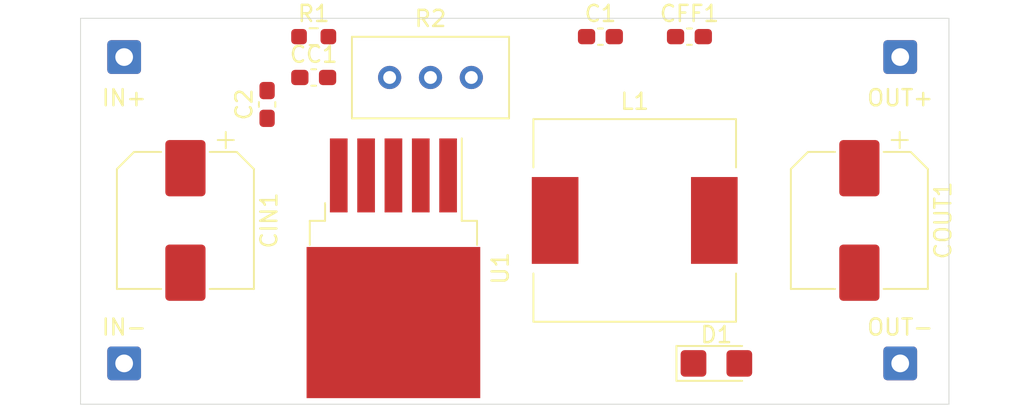
<source format=kicad_pcb>
(kicad_pcb (version 20171130) (host pcbnew 5.1.12-84ad8e8a86~92~ubuntu20.04.1)

  (general
    (thickness 1.6)
    (drawings 4)
    (tracks 0)
    (zones 0)
    (modules 15)
    (nets 8)
  )

  (page A4)
  (title_block
    (title DCDC_buck_converter)
    (date 2021-11-11)
    (rev 1.0)
    (company IEEECIMATEC)
  )

  (layers
    (0 F.Cu signal)
    (31 B.Cu signal)
    (32 B.Adhes user)
    (33 F.Adhes user)
    (34 B.Paste user)
    (35 F.Paste user)
    (36 B.SilkS user)
    (37 F.SilkS user)
    (38 B.Mask user)
    (39 F.Mask user)
    (40 Dwgs.User user)
    (41 Cmts.User user)
    (42 Eco1.User user)
    (43 Eco2.User user)
    (44 Edge.Cuts user)
    (45 Margin user)
    (46 B.CrtYd user)
    (47 F.CrtYd user)
    (48 B.Fab user)
    (49 F.Fab user)
  )

  (setup
    (last_trace_width 0.25)
    (trace_clearance 0.2)
    (zone_clearance 0.508)
    (zone_45_only no)
    (trace_min 0.2)
    (via_size 0.8)
    (via_drill 0.4)
    (via_min_size 0.4)
    (via_min_drill 0.3)
    (uvia_size 0.3)
    (uvia_drill 0.1)
    (uvias_allowed no)
    (uvia_min_size 0.2)
    (uvia_min_drill 0.1)
    (edge_width 0.05)
    (segment_width 0.2)
    (pcb_text_width 0.3)
    (pcb_text_size 1.5 1.5)
    (mod_edge_width 0.12)
    (mod_text_size 1 1)
    (mod_text_width 0.15)
    (pad_size 2.1 2.1)
    (pad_drill 1.1)
    (pad_to_mask_clearance 0)
    (aux_axis_origin 0 0)
    (visible_elements FFFFFF7F)
    (pcbplotparams
      (layerselection 0x010fc_ffffffff)
      (usegerberextensions false)
      (usegerberattributes true)
      (usegerberadvancedattributes true)
      (creategerberjobfile true)
      (excludeedgelayer true)
      (linewidth 0.100000)
      (plotframeref false)
      (viasonmask false)
      (mode 1)
      (useauxorigin false)
      (hpglpennumber 1)
      (hpglpenspeed 20)
      (hpglpendiameter 15.000000)
      (psnegative false)
      (psa4output false)
      (plotreference true)
      (plotvalue true)
      (plotinvisibletext false)
      (padsonsilk false)
      (subtractmaskfromsilk false)
      (outputformat 1)
      (mirror false)
      (drillshape 1)
      (scaleselection 1)
      (outputdirectory ""))
  )

  (net 0 "")
  (net 1 GND)
  (net 2 "Net-(C1-Pad1)")
  (net 3 "Net-(C2-Pad1)")
  (net 4 "Net-(CC1-Pad2)")
  (net 5 "Net-(CFF1-Pad2)")
  (net 6 "Net-(D1-Pad1)")
  (net 7 "Net-(R1-Pad1)")

  (net_class Default "This is the default net class."
    (clearance 0.2)
    (trace_width 0.25)
    (via_dia 0.8)
    (via_drill 0.4)
    (uvia_dia 0.3)
    (uvia_drill 0.1)
    (add_net GND)
    (add_net "Net-(C1-Pad1)")
    (add_net "Net-(C2-Pad1)")
    (add_net "Net-(CC1-Pad2)")
    (add_net "Net-(CFF1-Pad2)")
    (add_net "Net-(D1-Pad1)")
    (add_net "Net-(R1-Pad1)")
  )

  (module Package_TO_SOT_SMD:TO-263-5_TabPin3 (layer F.Cu) (tedit 5A70FBB6) (tstamp 618DD861)
    (at 109.455 131.245 270)
    (descr "TO-263 / D2PAK / DDPAK SMD package, http://www.infineon.com/cms/en/product/packages/PG-TO263/PG-TO263-5-1/")
    (tags "D2PAK DDPAK TO-263 D2PAK-5 TO-263-5 SOT-426")
    (path /618C2885)
    (attr smd)
    (fp_text reference U1 (at 0 -6.65 90) (layer F.SilkS)
      (effects (font (size 1 1) (thickness 0.15)))
    )
    (fp_text value LM2575-3.3BU (at 0 6.65 90) (layer F.Fab)
      (effects (font (size 1 1) (thickness 0.15)))
    )
    (fp_line (start 8.32 -5.65) (end -8.32 -5.65) (layer F.CrtYd) (width 0.05))
    (fp_line (start 8.32 5.65) (end 8.32 -5.65) (layer F.CrtYd) (width 0.05))
    (fp_line (start -8.32 5.65) (end 8.32 5.65) (layer F.CrtYd) (width 0.05))
    (fp_line (start -8.32 -5.65) (end -8.32 5.65) (layer F.CrtYd) (width 0.05))
    (fp_line (start -2.95 4.25) (end -4.05 4.25) (layer F.SilkS) (width 0.12))
    (fp_line (start -2.95 5.2) (end -2.95 4.25) (layer F.SilkS) (width 0.12))
    (fp_line (start -1.45 5.2) (end -2.95 5.2) (layer F.SilkS) (width 0.12))
    (fp_line (start -2.95 -4.25) (end -8.075 -4.25) (layer F.SilkS) (width 0.12))
    (fp_line (start -2.95 -5.2) (end -2.95 -4.25) (layer F.SilkS) (width 0.12))
    (fp_line (start -1.45 -5.2) (end -2.95 -5.2) (layer F.SilkS) (width 0.12))
    (fp_line (start -7.45 3.8) (end -2.75 3.8) (layer F.Fab) (width 0.1))
    (fp_line (start -7.45 3) (end -7.45 3.8) (layer F.Fab) (width 0.1))
    (fp_line (start -2.75 3) (end -7.45 3) (layer F.Fab) (width 0.1))
    (fp_line (start -7.45 2.1) (end -2.75 2.1) (layer F.Fab) (width 0.1))
    (fp_line (start -7.45 1.3) (end -7.45 2.1) (layer F.Fab) (width 0.1))
    (fp_line (start -2.75 1.3) (end -7.45 1.3) (layer F.Fab) (width 0.1))
    (fp_line (start -7.45 0.4) (end -2.75 0.4) (layer F.Fab) (width 0.1))
    (fp_line (start -7.45 -0.4) (end -7.45 0.4) (layer F.Fab) (width 0.1))
    (fp_line (start -2.75 -0.4) (end -7.45 -0.4) (layer F.Fab) (width 0.1))
    (fp_line (start -7.45 -1.3) (end -2.75 -1.3) (layer F.Fab) (width 0.1))
    (fp_line (start -7.45 -2.1) (end -7.45 -1.3) (layer F.Fab) (width 0.1))
    (fp_line (start -2.75 -2.1) (end -7.45 -2.1) (layer F.Fab) (width 0.1))
    (fp_line (start -7.45 -3) (end -2.75 -3) (layer F.Fab) (width 0.1))
    (fp_line (start -7.45 -3.8) (end -7.45 -3) (layer F.Fab) (width 0.1))
    (fp_line (start -2.75 -3.8) (end -7.45 -3.8) (layer F.Fab) (width 0.1))
    (fp_line (start -1.75 -5) (end 6.5 -5) (layer F.Fab) (width 0.1))
    (fp_line (start -2.75 -4) (end -1.75 -5) (layer F.Fab) (width 0.1))
    (fp_line (start -2.75 5) (end -2.75 -4) (layer F.Fab) (width 0.1))
    (fp_line (start 6.5 5) (end -2.75 5) (layer F.Fab) (width 0.1))
    (fp_line (start 6.5 -5) (end 6.5 5) (layer F.Fab) (width 0.1))
    (fp_line (start 7.5 5) (end 6.5 5) (layer F.Fab) (width 0.1))
    (fp_line (start 7.5 -5) (end 7.5 5) (layer F.Fab) (width 0.1))
    (fp_line (start 6.5 -5) (end 7.5 -5) (layer F.Fab) (width 0.1))
    (fp_text user %R (at 0 0 90) (layer F.Fab)
      (effects (font (size 1 1) (thickness 0.15)))
    )
    (pad "" smd rect (at 0.95 2.775 270) (size 4.55 5.25) (layers F.Paste))
    (pad "" smd rect (at 5.8 -2.775 270) (size 4.55 5.25) (layers F.Paste))
    (pad "" smd rect (at 0.95 -2.775 270) (size 4.55 5.25) (layers F.Paste))
    (pad "" smd rect (at 5.8 2.775 270) (size 4.55 5.25) (layers F.Paste))
    (pad 3 smd rect (at 3.375 0 270) (size 9.4 10.8) (layers F.Cu F.Mask)
      (net 1 GND))
    (pad 5 smd rect (at -5.775 3.4 270) (size 4.6 1.1) (layers F.Cu F.Paste F.Mask)
      (net 4 "Net-(CC1-Pad2)"))
    (pad 4 smd rect (at -5.775 1.7 270) (size 4.6 1.1) (layers F.Cu F.Paste F.Mask)
      (net 6 "Net-(D1-Pad1)"))
    (pad 3 smd rect (at -5.775 0 270) (size 4.6 1.1) (layers F.Cu F.Paste F.Mask)
      (net 1 GND))
    (pad 2 smd rect (at -5.775 -1.7 270) (size 4.6 1.1) (layers F.Cu F.Paste F.Mask)
      (net 5 "Net-(CFF1-Pad2)"))
    (pad 1 smd rect (at -5.775 -3.4 270) (size 4.6 1.1) (layers F.Cu F.Paste F.Mask)
      (net 2 "Net-(C1-Pad1)"))
    (model ${KISYS3DMOD}/Package_TO_SOT_SMD.3dshapes/TO-263-5_TabPin3.wrl
      (at (xyz 0 0 0))
      (scale (xyz 1 1 1))
      (rotate (xyz 0 0 0))
    )
  )

  (module Potentiometer_THT:Potentiometer_Bourns_3296W_Vertical (layer F.Cu) (tedit 5A3D4994) (tstamp 618DD570)
    (at 114.3 119.38)
    (descr "Potentiometer, vertical, Bourns 3296W, https://www.bourns.com/pdfs/3296.pdf")
    (tags "Potentiometer vertical Bourns 3296W")
    (path /618DB6A6)
    (fp_text reference R2 (at -2.54 -3.66) (layer F.SilkS)
      (effects (font (size 1 1) (thickness 0.15)))
    )
    (fp_text value 10K (at -2.54 3.67) (layer F.Fab)
      (effects (font (size 1 1) (thickness 0.15)))
    )
    (fp_line (start 2.5 -2.7) (end -7.6 -2.7) (layer F.CrtYd) (width 0.05))
    (fp_line (start 2.5 2.7) (end 2.5 -2.7) (layer F.CrtYd) (width 0.05))
    (fp_line (start -7.6 2.7) (end 2.5 2.7) (layer F.CrtYd) (width 0.05))
    (fp_line (start -7.6 -2.7) (end -7.6 2.7) (layer F.CrtYd) (width 0.05))
    (fp_line (start 2.345 -2.53) (end 2.345 2.54) (layer F.SilkS) (width 0.12))
    (fp_line (start -7.425 -2.53) (end -7.425 2.54) (layer F.SilkS) (width 0.12))
    (fp_line (start -7.425 2.54) (end 2.345 2.54) (layer F.SilkS) (width 0.12))
    (fp_line (start -7.425 -2.53) (end 2.345 -2.53) (layer F.SilkS) (width 0.12))
    (fp_line (start 0.955 2.235) (end 0.956 0.066) (layer F.Fab) (width 0.1))
    (fp_line (start 0.955 2.235) (end 0.956 0.066) (layer F.Fab) (width 0.1))
    (fp_line (start 2.225 -2.41) (end -7.305 -2.41) (layer F.Fab) (width 0.1))
    (fp_line (start 2.225 2.42) (end 2.225 -2.41) (layer F.Fab) (width 0.1))
    (fp_line (start -7.305 2.42) (end 2.225 2.42) (layer F.Fab) (width 0.1))
    (fp_line (start -7.305 -2.41) (end -7.305 2.42) (layer F.Fab) (width 0.1))
    (fp_circle (center 0.955 1.15) (end 2.05 1.15) (layer F.Fab) (width 0.1))
    (fp_text user %R (at -3.175 0.005) (layer F.Fab)
      (effects (font (size 1 1) (thickness 0.15)))
    )
    (pad 3 thru_hole circle (at -5.08 0) (size 1.44 1.44) (drill 0.8) (layers *.Cu *.Mask))
    (pad 2 thru_hole circle (at -2.54 0) (size 1.44 1.44) (drill 0.8) (layers *.Cu *.Mask)
      (net 7 "Net-(R1-Pad1)"))
    (pad 1 thru_hole circle (at 0 0) (size 1.44 1.44) (drill 0.8) (layers *.Cu *.Mask)
      (net 3 "Net-(C2-Pad1)"))
    (model ${KISYS3DMOD}/Potentiometer_THT.3dshapes/Potentiometer_Bourns_3296W_Vertical.wrl
      (at (xyz 0 0 0))
      (scale (xyz 1 1 1))
      (rotate (xyz 0 0 0))
    )
  )

  (module Resistor_SMD:R_0603_1608Metric_Pad0.98x0.95mm_HandSolder (layer F.Cu) (tedit 5F68FEEE) (tstamp 618DD559)
    (at 104.4975 116.84)
    (descr "Resistor SMD 0603 (1608 Metric), square (rectangular) end terminal, IPC_7351 nominal with elongated pad for handsoldering. (Body size source: IPC-SM-782 page 72, https://www.pcb-3d.com/wordpress/wp-content/uploads/ipc-sm-782a_amendment_1_and_2.pdf), generated with kicad-footprint-generator")
    (tags "resistor handsolder")
    (path /618DBB77)
    (attr smd)
    (fp_text reference R1 (at 0 -1.43) (layer F.SilkS)
      (effects (font (size 1 1) (thickness 0.15)))
    )
    (fp_text value 3.3K (at 0 1.43) (layer F.Fab)
      (effects (font (size 1 1) (thickness 0.15)))
    )
    (fp_line (start 1.65 0.73) (end -1.65 0.73) (layer F.CrtYd) (width 0.05))
    (fp_line (start 1.65 -0.73) (end 1.65 0.73) (layer F.CrtYd) (width 0.05))
    (fp_line (start -1.65 -0.73) (end 1.65 -0.73) (layer F.CrtYd) (width 0.05))
    (fp_line (start -1.65 0.73) (end -1.65 -0.73) (layer F.CrtYd) (width 0.05))
    (fp_line (start -0.254724 0.5225) (end 0.254724 0.5225) (layer F.SilkS) (width 0.12))
    (fp_line (start -0.254724 -0.5225) (end 0.254724 -0.5225) (layer F.SilkS) (width 0.12))
    (fp_line (start 0.8 0.4125) (end -0.8 0.4125) (layer F.Fab) (width 0.1))
    (fp_line (start 0.8 -0.4125) (end 0.8 0.4125) (layer F.Fab) (width 0.1))
    (fp_line (start -0.8 -0.4125) (end 0.8 -0.4125) (layer F.Fab) (width 0.1))
    (fp_line (start -0.8 0.4125) (end -0.8 -0.4125) (layer F.Fab) (width 0.1))
    (fp_text user %R (at 0 0) (layer F.Fab)
      (effects (font (size 0.4 0.4) (thickness 0.06)))
    )
    (pad 2 smd roundrect (at 0.9125 0) (size 0.975 0.95) (layers F.Cu F.Paste F.Mask) (roundrect_rratio 0.25)
      (net 1 GND))
    (pad 1 smd roundrect (at -0.9125 0) (size 0.975 0.95) (layers F.Cu F.Paste F.Mask) (roundrect_rratio 0.25)
      (net 7 "Net-(R1-Pad1)"))
    (model ${KISYS3DMOD}/Resistor_SMD.3dshapes/R_0603_1608Metric.wrl
      (at (xyz 0 0 0))
      (scale (xyz 1 1 1))
      (rotate (xyz 0 0 0))
    )
  )

  (module Inductor_SMD:L_12x12mm_H8mm (layer F.Cu) (tedit 5990349C) (tstamp 618DD548)
    (at 124.46 128.27)
    (descr "Choke, SMD, 12x12mm 8mm height")
    (tags "Choke SMD")
    (path /618D69B8)
    (attr smd)
    (fp_text reference L1 (at 0 -7.4) (layer F.SilkS)
      (effects (font (size 1 1) (thickness 0.15)))
    )
    (fp_text value 47uH (at 0 7.6) (layer F.Fab)
      (effects (font (size 1 1) (thickness 0.15)))
    )
    (fp_circle (center -2.1 3) (end -1.8 3.25) (layer F.Fab) (width 0.1))
    (fp_circle (center 0 0) (end 0.15 0.15) (layer F.Adhes) (width 0.38))
    (fp_circle (center 0 0) (end 0.55 0) (layer F.Adhes) (width 0.38))
    (fp_circle (center 0 0) (end 0.9 0) (layer F.Adhes) (width 0.38))
    (fp_line (start 6.2 -6.2) (end 6.2 -3.3) (layer F.Fab) (width 0.1))
    (fp_line (start -6.2 -6.2) (end -6.2 -3.3) (layer F.Fab) (width 0.1))
    (fp_line (start 6.2 -6.2) (end -6.2 -6.2) (layer F.Fab) (width 0.1))
    (fp_line (start 6.2 6.2) (end 6.2 3.3) (layer F.Fab) (width 0.1))
    (fp_line (start -6.2 6.2) (end 6.2 6.2) (layer F.Fab) (width 0.1))
    (fp_line (start -6.2 3.3) (end -6.2 6.2) (layer F.Fab) (width 0.1))
    (fp_line (start -5 -3.5) (end -4.8 -3.2) (layer F.Fab) (width 0.1))
    (fp_line (start -5.1 -4) (end -5 -3.5) (layer F.Fab) (width 0.1))
    (fp_line (start -4.9 -4.5) (end -5.1 -4) (layer F.Fab) (width 0.1))
    (fp_line (start -4.6 -4.8) (end -4.9 -4.5) (layer F.Fab) (width 0.1))
    (fp_line (start -4.2 -5) (end -4.6 -4.8) (layer F.Fab) (width 0.1))
    (fp_line (start -3.7 -5.1) (end -4.2 -5) (layer F.Fab) (width 0.1))
    (fp_line (start -3.3 -4.9) (end -3.7 -5.1) (layer F.Fab) (width 0.1))
    (fp_line (start -3 -4.7) (end -3.3 -4.9) (layer F.Fab) (width 0.1))
    (fp_line (start -2.6 -4.9) (end -3 -4.7) (layer F.Fab) (width 0.1))
    (fp_line (start -1.7 -5.3) (end -2.6 -4.9) (layer F.Fab) (width 0.1))
    (fp_line (start -0.8 -5.5) (end -1.7 -5.3) (layer F.Fab) (width 0.1))
    (fp_line (start 0 -5.6) (end -0.8 -5.5) (layer F.Fab) (width 0.1))
    (fp_line (start 0.9 -5.5) (end 0 -5.6) (layer F.Fab) (width 0.1))
    (fp_line (start 1.7 -5.3) (end 0.9 -5.5) (layer F.Fab) (width 0.1))
    (fp_line (start 2.2 -5.1) (end 1.7 -5.3) (layer F.Fab) (width 0.1))
    (fp_line (start 2.6 -4.9) (end 2.2 -5.1) (layer F.Fab) (width 0.1))
    (fp_line (start 3 -4.6) (end 2.6 -4.9) (layer F.Fab) (width 0.1))
    (fp_line (start 3.3 -4.9) (end 3 -4.6) (layer F.Fab) (width 0.1))
    (fp_line (start 3.6 -5) (end 3.3 -4.9) (layer F.Fab) (width 0.1))
    (fp_line (start 3.9 -5.1) (end 3.6 -5) (layer F.Fab) (width 0.1))
    (fp_line (start 4.2 -5.1) (end 3.9 -5.1) (layer F.Fab) (width 0.1))
    (fp_line (start 4.5 -4.9) (end 4.2 -5.1) (layer F.Fab) (width 0.1))
    (fp_line (start 4.8 -4.7) (end 4.5 -4.9) (layer F.Fab) (width 0.1))
    (fp_line (start 5 -4.3) (end 4.8 -4.7) (layer F.Fab) (width 0.1))
    (fp_line (start 5.1 -4) (end 5 -4.3) (layer F.Fab) (width 0.1))
    (fp_line (start 5 -3.6) (end 5.1 -4) (layer F.Fab) (width 0.1))
    (fp_line (start 4.9 -3.3) (end 5 -3.6) (layer F.Fab) (width 0.1))
    (fp_line (start -5 3.6) (end -4.8 3.2) (layer F.Fab) (width 0.1))
    (fp_line (start -5.1 4.1) (end -5 3.6) (layer F.Fab) (width 0.1))
    (fp_line (start -4.9 4.6) (end -5.1 4.1) (layer F.Fab) (width 0.1))
    (fp_line (start -4.6 4.8) (end -4.9 4.6) (layer F.Fab) (width 0.1))
    (fp_line (start -4.3 5) (end -4.6 4.8) (layer F.Fab) (width 0.1))
    (fp_line (start -3.9 5.1) (end -4.3 5) (layer F.Fab) (width 0.1))
    (fp_line (start -3.3 4.9) (end -3.9 5.1) (layer F.Fab) (width 0.1))
    (fp_line (start -3 4.7) (end -3.3 4.9) (layer F.Fab) (width 0.1))
    (fp_line (start -2.6 4.9) (end -3 4.7) (layer F.Fab) (width 0.1))
    (fp_line (start -2.1 5.1) (end -2.6 4.9) (layer F.Fab) (width 0.1))
    (fp_line (start -1.5 5.3) (end -2.1 5.1) (layer F.Fab) (width 0.1))
    (fp_line (start -0.6 5.5) (end -1.5 5.3) (layer F.Fab) (width 0.1))
    (fp_line (start 0.6 5.5) (end -0.6 5.5) (layer F.Fab) (width 0.1))
    (fp_line (start 1.6 5.3) (end 0.6 5.5) (layer F.Fab) (width 0.1))
    (fp_line (start 2.4 5) (end 1.6 5.3) (layer F.Fab) (width 0.1))
    (fp_line (start 3 4.6) (end 2.4 5) (layer F.Fab) (width 0.1))
    (fp_line (start 3.1 4.7) (end 3 4.6) (layer F.Fab) (width 0.1))
    (fp_line (start 3.5 5) (end 3.1 4.7) (layer F.Fab) (width 0.1))
    (fp_line (start 4 5.1) (end 3.5 5) (layer F.Fab) (width 0.1))
    (fp_line (start 4.5 5) (end 4 5.1) (layer F.Fab) (width 0.1))
    (fp_line (start 4.8 4.6) (end 4.5 5) (layer F.Fab) (width 0.1))
    (fp_line (start 5 4.3) (end 4.8 4.6) (layer F.Fab) (width 0.1))
    (fp_line (start 5.1 3.8) (end 5 4.3) (layer F.Fab) (width 0.1))
    (fp_line (start 5 3.4) (end 5.1 3.8) (layer F.Fab) (width 0.1))
    (fp_line (start 4.9 3.3) (end 5 3.4) (layer F.Fab) (width 0.1))
    (fp_line (start -6.86 6.6) (end -6.86 -6.6) (layer F.CrtYd) (width 0.05))
    (fp_line (start 6.86 6.6) (end -6.86 6.6) (layer F.CrtYd) (width 0.05))
    (fp_line (start 6.86 -6.6) (end 6.86 6.6) (layer F.CrtYd) (width 0.05))
    (fp_line (start -6.86 -6.6) (end 6.86 -6.6) (layer F.CrtYd) (width 0.05))
    (fp_line (start 6.3 -6.3) (end 6.3 -3.3) (layer F.SilkS) (width 0.12))
    (fp_line (start -6.3 -6.3) (end 6.3 -6.3) (layer F.SilkS) (width 0.12))
    (fp_line (start -6.3 -3.3) (end -6.3 -6.3) (layer F.SilkS) (width 0.12))
    (fp_line (start -6.3 6.3) (end -6.3 3.3) (layer F.SilkS) (width 0.12))
    (fp_line (start 6.3 6.3) (end -6.3 6.3) (layer F.SilkS) (width 0.12))
    (fp_line (start 6.3 3.3) (end 6.3 6.3) (layer F.SilkS) (width 0.12))
    (fp_text user %R (at 0 0) (layer F.Fab)
      (effects (font (size 1 1) (thickness 0.15)))
    )
    (pad 2 smd rect (at 4.95 0) (size 2.9 5.4) (layers F.Cu F.Paste F.Mask)
      (net 3 "Net-(C2-Pad1)"))
    (pad 1 smd rect (at -4.95 0) (size 2.9 5.4) (layers F.Cu F.Paste F.Mask)
      (net 6 "Net-(D1-Pad1)"))
    (model ${KISYS3DMOD}/Inductor_SMD.3dshapes/L_12x12mm_H8mm.wrl
      (at (xyz 0 0 0))
      (scale (xyz 1 1 1))
      (rotate (xyz 0 0 0))
    )
  )

  (module Connector_Wire:SolderWire-0.5sqmm_1x01_D0.9mm_OD2.1mm (layer F.Cu) (tedit 5EB70B43) (tstamp 618DD4F9)
    (at 140.97 137.16)
    (descr "Soldered wire connection, for a single 0.5 mm² wire, basic insulation, conductor diameter 0.9mm, outer diameter 2.1mm, size source Multi-Contact FLEXI-E 0.5 (https://ec.staubli.com/AcroFiles/Catalogues/TM_Cab-Main-11014119_(en)_hi.pdf), bend radius 3 times outer diameter, generated with kicad-footprint-generator")
    (tags "connector wire 0.5sqmm")
    (path /619B0944)
    (attr virtual)
    (fp_text reference OUT- (at 0 -2.25) (layer F.SilkS)
      (effects (font (size 1 1) (thickness 0.15)))
    )
    (fp_text value Conn_01x01_Female (at 0 2.25) (layer F.Fab)
      (effects (font (size 1 1) (thickness 0.15)))
    )
    (fp_line (start 1.8 -1.55) (end -1.8 -1.55) (layer F.CrtYd) (width 0.05))
    (fp_line (start 1.8 1.55) (end 1.8 -1.55) (layer F.CrtYd) (width 0.05))
    (fp_line (start -1.8 1.55) (end 1.8 1.55) (layer F.CrtYd) (width 0.05))
    (fp_line (start -1.8 -1.55) (end -1.8 1.55) (layer F.CrtYd) (width 0.05))
    (fp_circle (center 0 0) (end 1.05 0) (layer F.Fab) (width 0.1))
    (fp_text user %R (at 0 0) (layer F.Fab)
      (effects (font (size 0.52 0.52) (thickness 0.08)))
    )
    (pad 1 thru_hole roundrect (at 0 0) (size 2.1 2.1) (drill 1.1) (layers *.Cu *.Mask) (roundrect_rratio 0.119048)
      (net 1 GND))
    (model ${KISYS3DMOD}/Connector_Wire.3dshapes/SolderWire-0.5sqmm_1x01_D0.9mm_OD2.1mm.wrl
      (at (xyz 0 0 0))
      (scale (xyz 1 1 1))
      (rotate (xyz 0 0 0))
    )
  )

  (module Connector_Wire:SolderWire-0.5sqmm_1x01_D0.9mm_OD2.1mm (layer F.Cu) (tedit 5EB70B43) (tstamp 618DDA31)
    (at 140.97 118.11)
    (descr "Soldered wire connection, for a single 0.5 mm² wire, basic insulation, conductor diameter 0.9mm, outer diameter 2.1mm, size source Multi-Contact FLEXI-E 0.5 (https://ec.staubli.com/AcroFiles/Catalogues/TM_Cab-Main-11014119_(en)_hi.pdf), bend radius 3 times outer diameter, generated with kicad-footprint-generator")
    (tags "connector wire 0.5sqmm")
    (path /6197AEB6)
    (attr virtual)
    (fp_text reference OUT+ (at 0 2.54) (layer F.SilkS)
      (effects (font (size 1 1) (thickness 0.15)))
    )
    (fp_text value Conn_01x01_Female (at 0 2.25) (layer F.Fab)
      (effects (font (size 1 1) (thickness 0.15)))
    )
    (fp_line (start 1.8 -1.55) (end -1.8 -1.55) (layer F.CrtYd) (width 0.05))
    (fp_line (start 1.8 1.55) (end 1.8 -1.55) (layer F.CrtYd) (width 0.05))
    (fp_line (start -1.8 1.55) (end 1.8 1.55) (layer F.CrtYd) (width 0.05))
    (fp_line (start -1.8 -1.55) (end -1.8 1.55) (layer F.CrtYd) (width 0.05))
    (fp_circle (center 0 0) (end 1.05 0) (layer F.Fab) (width 0.1))
    (fp_text user %R (at 0 0) (layer F.Fab)
      (effects (font (size 0.52 0.52) (thickness 0.08)))
    )
    (pad 1 thru_hole roundrect (at 0 0) (size 2.1 2.1) (drill 1.1) (layers *.Cu *.Mask) (roundrect_rratio 0.119048)
      (net 3 "Net-(C2-Pad1)"))
    (model ${KISYS3DMOD}/Connector_Wire.3dshapes/SolderWire-0.5sqmm_1x01_D0.9mm_OD2.1mm.wrl
      (at (xyz 0 0 0))
      (scale (xyz 1 1 1))
      (rotate (xyz 0 0 0))
    )
  )

  (module Connector_Wire:SolderWire-0.5sqmm_1x01_D0.9mm_OD2.1mm (layer F.Cu) (tedit 5EB70B43) (tstamp 618DE3EA)
    (at 92.71 137.16)
    (descr "Soldered wire connection, for a single 0.5 mm² wire, basic insulation, conductor diameter 0.9mm, outer diameter 2.1mm, size source Multi-Contact FLEXI-E 0.5 (https://ec.staubli.com/AcroFiles/Catalogues/TM_Cab-Main-11014119_(en)_hi.pdf), bend radius 3 times outer diameter, generated with kicad-footprint-generator")
    (tags "connector wire 0.5sqmm")
    (path /618DFA39)
    (attr virtual)
    (fp_text reference IN- (at 0 -2.25) (layer F.SilkS)
      (effects (font (size 1 1) (thickness 0.15)))
    )
    (fp_text value Conn_01x01_Female (at 0 2.25) (layer F.Fab)
      (effects (font (size 1 1) (thickness 0.15)))
    )
    (fp_line (start 1.8 -1.55) (end -1.8 -1.55) (layer F.CrtYd) (width 0.05))
    (fp_line (start 1.8 1.55) (end 1.8 -1.55) (layer F.CrtYd) (width 0.05))
    (fp_line (start -1.8 1.55) (end 1.8 1.55) (layer F.CrtYd) (width 0.05))
    (fp_line (start -1.8 -1.55) (end -1.8 1.55) (layer F.CrtYd) (width 0.05))
    (fp_circle (center 0 0) (end 1.05 0) (layer F.Fab) (width 0.1))
    (fp_text user %R (at 0 0) (layer F.Fab)
      (effects (font (size 0.52 0.52) (thickness 0.08)))
    )
    (pad 1 thru_hole roundrect (at 0 0) (size 2.1 2.1) (drill 1.1) (layers *.Cu *.Mask) (roundrect_rratio 0.119048)
      (net 1 GND))
    (model ${KISYS3DMOD}/Connector_Wire.3dshapes/SolderWire-0.5sqmm_1x01_D0.9mm_OD2.1mm.wrl
      (at (xyz 0 0 0))
      (scale (xyz 1 1 1))
      (rotate (xyz 0 0 0))
    )
  )

  (module Connector_Wire:SolderWire-0.5sqmm_1x01_D0.9mm_OD2.1mm (layer F.Cu) (tedit 5EB70B43) (tstamp 618DE3CC)
    (at 92.71 118.11)
    (descr "Soldered wire connection, for a single 0.5 mm² wire, basic insulation, conductor diameter 0.9mm, outer diameter 2.1mm, size source Multi-Contact FLEXI-E 0.5 (https://ec.staubli.com/AcroFiles/Catalogues/TM_Cab-Main-11014119_(en)_hi.pdf), bend radius 3 times outer diameter, generated with kicad-footprint-generator")
    (tags "connector wire 0.5sqmm")
    (path /618DE06D)
    (attr virtual)
    (fp_text reference IN+ (at 0 2.54) (layer F.SilkS)
      (effects (font (size 1 1) (thickness 0.15)))
    )
    (fp_text value Conn_01x01_Female (at 0 2.25) (layer F.Fab)
      (effects (font (size 1 1) (thickness 0.15)))
    )
    (fp_line (start 1.8 -1.55) (end -1.8 -1.55) (layer F.CrtYd) (width 0.05))
    (fp_line (start 1.8 1.55) (end 1.8 -1.55) (layer F.CrtYd) (width 0.05))
    (fp_line (start -1.8 1.55) (end 1.8 1.55) (layer F.CrtYd) (width 0.05))
    (fp_line (start -1.8 -1.55) (end -1.8 1.55) (layer F.CrtYd) (width 0.05))
    (fp_circle (center 0 0) (end 1.05 0) (layer F.Fab) (width 0.1))
    (fp_text user %R (at 0 0) (layer F.Fab)
      (effects (font (size 0.52 0.52) (thickness 0.08)))
    )
    (pad 1 thru_hole roundrect (at 0 0) (size 2.1 2.1) (drill 1.1) (layers *.Cu *.Mask) (roundrect_rratio 0.119048)
      (net 2 "Net-(C1-Pad1)"))
    (model ${KISYS3DMOD}/Connector_Wire.3dshapes/SolderWire-0.5sqmm_1x01_D0.9mm_OD2.1mm.wrl
      (at (xyz 0 0 0))
      (scale (xyz 1 1 1))
      (rotate (xyz 0 0 0))
    )
  )

  (module Diode_SMD:D_1206_3216Metric_Castellated (layer F.Cu) (tedit 5F68FEF1) (tstamp 618DD4CD)
    (at 129.54 137.16)
    (descr "Diode SMD 1206 (3216 Metric), castellated end terminal, IPC_7351 nominal, (Body size source: http://www.tortai-tech.com/upload/download/2011102023233369053.pdf), generated with kicad-footprint-generator")
    (tags "diode castellated")
    (path /618D1233)
    (attr smd)
    (fp_text reference D1 (at 0 -1.78) (layer F.SilkS)
      (effects (font (size 1 1) (thickness 0.15)))
    )
    (fp_text value MBRD1045G (at 0 1.78) (layer F.Fab)
      (effects (font (size 1 1) (thickness 0.15)))
    )
    (fp_line (start 2.48 1.08) (end -2.48 1.08) (layer F.CrtYd) (width 0.05))
    (fp_line (start 2.48 -1.08) (end 2.48 1.08) (layer F.CrtYd) (width 0.05))
    (fp_line (start -2.48 -1.08) (end 2.48 -1.08) (layer F.CrtYd) (width 0.05))
    (fp_line (start -2.48 1.08) (end -2.48 -1.08) (layer F.CrtYd) (width 0.05))
    (fp_line (start -2.485 1.085) (end 1.6 1.085) (layer F.SilkS) (width 0.12))
    (fp_line (start -2.485 -1.085) (end -2.485 1.085) (layer F.SilkS) (width 0.12))
    (fp_line (start 1.6 -1.085) (end -2.485 -1.085) (layer F.SilkS) (width 0.12))
    (fp_line (start 1.6 0.8) (end 1.6 -0.8) (layer F.Fab) (width 0.1))
    (fp_line (start -1.6 0.8) (end 1.6 0.8) (layer F.Fab) (width 0.1))
    (fp_line (start -1.6 -0.4) (end -1.6 0.8) (layer F.Fab) (width 0.1))
    (fp_line (start -1.2 -0.8) (end -1.6 -0.4) (layer F.Fab) (width 0.1))
    (fp_line (start 1.6 -0.8) (end -1.2 -0.8) (layer F.Fab) (width 0.1))
    (fp_text user %R (at 0 0) (layer F.Fab)
      (effects (font (size 0.8 0.8) (thickness 0.12)))
    )
    (pad 2 smd roundrect (at 1.425 0) (size 1.6 1.65) (layers F.Cu F.Paste F.Mask) (roundrect_rratio 0.15625)
      (net 1 GND))
    (pad 1 smd roundrect (at -1.425 0) (size 1.6 1.65) (layers F.Cu F.Paste F.Mask) (roundrect_rratio 0.15625)
      (net 6 "Net-(D1-Pad1)"))
    (model ${KISYS3DMOD}/Diode_SMD.3dshapes/D_1206_3216Metric_Castellated.wrl
      (at (xyz 0 0 0))
      (scale (xyz 1 1 1))
      (rotate (xyz 0 0 0))
    )
  )

  (module Capacitor_SMD:CP_Elec_8x10 (layer F.Cu) (tedit 5BCA39D0) (tstamp 618DD4BA)
    (at 138.43 128.27 270)
    (descr "SMD capacitor, aluminum electrolytic, Nichicon, 8.0x10mm")
    (tags "capacitor electrolytic")
    (path /618D0B9F)
    (attr smd)
    (fp_text reference COUT1 (at 0 -5.2 90) (layer F.SilkS)
      (effects (font (size 1 1) (thickness 0.15)))
    )
    (fp_text value 330uF (at 0 5.2 90) (layer F.Fab)
      (effects (font (size 1 1) (thickness 0.15)))
    )
    (fp_line (start -5.25 1.5) (end -4.4 1.5) (layer F.CrtYd) (width 0.05))
    (fp_line (start -5.25 -1.5) (end -5.25 1.5) (layer F.CrtYd) (width 0.05))
    (fp_line (start -4.4 -1.5) (end -5.25 -1.5) (layer F.CrtYd) (width 0.05))
    (fp_line (start -4.4 1.5) (end -4.4 3.25) (layer F.CrtYd) (width 0.05))
    (fp_line (start -4.4 -3.25) (end -4.4 -1.5) (layer F.CrtYd) (width 0.05))
    (fp_line (start -4.4 -3.25) (end -3.25 -4.4) (layer F.CrtYd) (width 0.05))
    (fp_line (start -4.4 3.25) (end -3.25 4.4) (layer F.CrtYd) (width 0.05))
    (fp_line (start -3.25 -4.4) (end 4.4 -4.4) (layer F.CrtYd) (width 0.05))
    (fp_line (start -3.25 4.4) (end 4.4 4.4) (layer F.CrtYd) (width 0.05))
    (fp_line (start 4.4 1.5) (end 4.4 4.4) (layer F.CrtYd) (width 0.05))
    (fp_line (start 5.25 1.5) (end 4.4 1.5) (layer F.CrtYd) (width 0.05))
    (fp_line (start 5.25 -1.5) (end 5.25 1.5) (layer F.CrtYd) (width 0.05))
    (fp_line (start 4.4 -1.5) (end 5.25 -1.5) (layer F.CrtYd) (width 0.05))
    (fp_line (start 4.4 -4.4) (end 4.4 -1.5) (layer F.CrtYd) (width 0.05))
    (fp_line (start -5 -3.01) (end -5 -2.01) (layer F.SilkS) (width 0.12))
    (fp_line (start -5.5 -2.51) (end -4.5 -2.51) (layer F.SilkS) (width 0.12))
    (fp_line (start -4.26 3.195563) (end -3.195563 4.26) (layer F.SilkS) (width 0.12))
    (fp_line (start -4.26 -3.195563) (end -3.195563 -4.26) (layer F.SilkS) (width 0.12))
    (fp_line (start -4.26 -3.195563) (end -4.26 -1.51) (layer F.SilkS) (width 0.12))
    (fp_line (start -4.26 3.195563) (end -4.26 1.51) (layer F.SilkS) (width 0.12))
    (fp_line (start -3.195563 4.26) (end 4.26 4.26) (layer F.SilkS) (width 0.12))
    (fp_line (start -3.195563 -4.26) (end 4.26 -4.26) (layer F.SilkS) (width 0.12))
    (fp_line (start 4.26 -4.26) (end 4.26 -1.51) (layer F.SilkS) (width 0.12))
    (fp_line (start 4.26 4.26) (end 4.26 1.51) (layer F.SilkS) (width 0.12))
    (fp_line (start -3.162278 -1.9) (end -3.162278 -1.1) (layer F.Fab) (width 0.1))
    (fp_line (start -3.562278 -1.5) (end -2.762278 -1.5) (layer F.Fab) (width 0.1))
    (fp_line (start -4.15 3.15) (end -3.15 4.15) (layer F.Fab) (width 0.1))
    (fp_line (start -4.15 -3.15) (end -3.15 -4.15) (layer F.Fab) (width 0.1))
    (fp_line (start -4.15 -3.15) (end -4.15 3.15) (layer F.Fab) (width 0.1))
    (fp_line (start -3.15 4.15) (end 4.15 4.15) (layer F.Fab) (width 0.1))
    (fp_line (start -3.15 -4.15) (end 4.15 -4.15) (layer F.Fab) (width 0.1))
    (fp_line (start 4.15 -4.15) (end 4.15 4.15) (layer F.Fab) (width 0.1))
    (fp_circle (center 0 0) (end 4 0) (layer F.Fab) (width 0.1))
    (fp_text user %R (at 0 0 90) (layer F.Fab)
      (effects (font (size 1 1) (thickness 0.15)))
    )
    (pad 2 smd roundrect (at 3.25 0 270) (size 3.5 2.5) (layers F.Cu F.Paste F.Mask) (roundrect_rratio 0.1)
      (net 1 GND))
    (pad 1 smd roundrect (at -3.25 0 270) (size 3.5 2.5) (layers F.Cu F.Paste F.Mask) (roundrect_rratio 0.1)
      (net 3 "Net-(C2-Pad1)"))
    (model ${KISYS3DMOD}/Capacitor_SMD.3dshapes/CP_Elec_8x10.wrl
      (at (xyz 0 0 0))
      (scale (xyz 1 1 1))
      (rotate (xyz 0 0 0))
    )
  )

  (module Capacitor_SMD:CP_Elec_8x10 (layer F.Cu) (tedit 5BCA39D0) (tstamp 618DE9A0)
    (at 96.52 128.27 270)
    (descr "SMD capacitor, aluminum electrolytic, Nichicon, 8.0x10mm")
    (tags "capacitor electrolytic")
    (path /618C5FEC)
    (attr smd)
    (fp_text reference CIN1 (at 0 -5.2 90) (layer F.SilkS)
      (effects (font (size 1 1) (thickness 0.15)))
    )
    (fp_text value 220uF (at 0 5.2 90) (layer F.Fab)
      (effects (font (size 1 1) (thickness 0.15)))
    )
    (fp_line (start -5.25 1.5) (end -4.4 1.5) (layer F.CrtYd) (width 0.05))
    (fp_line (start -5.25 -1.5) (end -5.25 1.5) (layer F.CrtYd) (width 0.05))
    (fp_line (start -4.4 -1.5) (end -5.25 -1.5) (layer F.CrtYd) (width 0.05))
    (fp_line (start -4.4 1.5) (end -4.4 3.25) (layer F.CrtYd) (width 0.05))
    (fp_line (start -4.4 -3.25) (end -4.4 -1.5) (layer F.CrtYd) (width 0.05))
    (fp_line (start -4.4 -3.25) (end -3.25 -4.4) (layer F.CrtYd) (width 0.05))
    (fp_line (start -4.4 3.25) (end -3.25 4.4) (layer F.CrtYd) (width 0.05))
    (fp_line (start -3.25 -4.4) (end 4.4 -4.4) (layer F.CrtYd) (width 0.05))
    (fp_line (start -3.25 4.4) (end 4.4 4.4) (layer F.CrtYd) (width 0.05))
    (fp_line (start 4.4 1.5) (end 4.4 4.4) (layer F.CrtYd) (width 0.05))
    (fp_line (start 5.25 1.5) (end 4.4 1.5) (layer F.CrtYd) (width 0.05))
    (fp_line (start 5.25 -1.5) (end 5.25 1.5) (layer F.CrtYd) (width 0.05))
    (fp_line (start 4.4 -1.5) (end 5.25 -1.5) (layer F.CrtYd) (width 0.05))
    (fp_line (start 4.4 -4.4) (end 4.4 -1.5) (layer F.CrtYd) (width 0.05))
    (fp_line (start -5 -3.01) (end -5 -2.01) (layer F.SilkS) (width 0.12))
    (fp_line (start -5.5 -2.51) (end -4.5 -2.51) (layer F.SilkS) (width 0.12))
    (fp_line (start -4.26 3.195563) (end -3.195563 4.26) (layer F.SilkS) (width 0.12))
    (fp_line (start -4.26 -3.195563) (end -3.195563 -4.26) (layer F.SilkS) (width 0.12))
    (fp_line (start -4.26 -3.195563) (end -4.26 -1.51) (layer F.SilkS) (width 0.12))
    (fp_line (start -4.26 3.195563) (end -4.26 1.51) (layer F.SilkS) (width 0.12))
    (fp_line (start -3.195563 4.26) (end 4.26 4.26) (layer F.SilkS) (width 0.12))
    (fp_line (start -3.195563 -4.26) (end 4.26 -4.26) (layer F.SilkS) (width 0.12))
    (fp_line (start 4.26 -4.26) (end 4.26 -1.51) (layer F.SilkS) (width 0.12))
    (fp_line (start 4.26 4.26) (end 4.26 1.51) (layer F.SilkS) (width 0.12))
    (fp_line (start -3.162278 -1.9) (end -3.162278 -1.1) (layer F.Fab) (width 0.1))
    (fp_line (start -3.562278 -1.5) (end -2.762278 -1.5) (layer F.Fab) (width 0.1))
    (fp_line (start -4.15 3.15) (end -3.15 4.15) (layer F.Fab) (width 0.1))
    (fp_line (start -4.15 -3.15) (end -3.15 -4.15) (layer F.Fab) (width 0.1))
    (fp_line (start -4.15 -3.15) (end -4.15 3.15) (layer F.Fab) (width 0.1))
    (fp_line (start -3.15 4.15) (end 4.15 4.15) (layer F.Fab) (width 0.1))
    (fp_line (start -3.15 -4.15) (end 4.15 -4.15) (layer F.Fab) (width 0.1))
    (fp_line (start 4.15 -4.15) (end 4.15 4.15) (layer F.Fab) (width 0.1))
    (fp_circle (center 0 0) (end 4 0) (layer F.Fab) (width 0.1))
    (fp_text user %R (at 0 0 90) (layer F.Fab)
      (effects (font (size 1 1) (thickness 0.15)))
    )
    (pad 2 smd roundrect (at 3.25 0 270) (size 3.5 2.5) (layers F.Cu F.Paste F.Mask) (roundrect_rratio 0.1)
      (net 1 GND))
    (pad 1 smd roundrect (at -3.25 0 270) (size 3.5 2.5) (layers F.Cu F.Paste F.Mask) (roundrect_rratio 0.1)
      (net 2 "Net-(C1-Pad1)"))
    (model ${KISYS3DMOD}/Capacitor_SMD.3dshapes/CP_Elec_8x10.wrl
      (at (xyz 0 0 0))
      (scale (xyz 1 1 1))
      (rotate (xyz 0 0 0))
    )
  )

  (module Capacitor_SMD:C_0603_1608Metric_Pad1.08x0.95mm_HandSolder (layer F.Cu) (tedit 5F68FEEF) (tstamp 618DD46A)
    (at 127.8625 116.84)
    (descr "Capacitor SMD 0603 (1608 Metric), square (rectangular) end terminal, IPC_7351 nominal with elongated pad for handsoldering. (Body size source: IPC-SM-782 page 76, https://www.pcb-3d.com/wordpress/wp-content/uploads/ipc-sm-782a_amendment_1_and_2.pdf), generated with kicad-footprint-generator")
    (tags "capacitor handsolder")
    (path /618DC097)
    (attr smd)
    (fp_text reference CFF1 (at 0 -1.43) (layer F.SilkS)
      (effects (font (size 1 1) (thickness 0.15)))
    )
    (fp_text value 33nF (at 0 1.43) (layer F.Fab)
      (effects (font (size 1 1) (thickness 0.15)))
    )
    (fp_line (start 1.65 0.73) (end -1.65 0.73) (layer F.CrtYd) (width 0.05))
    (fp_line (start 1.65 -0.73) (end 1.65 0.73) (layer F.CrtYd) (width 0.05))
    (fp_line (start -1.65 -0.73) (end 1.65 -0.73) (layer F.CrtYd) (width 0.05))
    (fp_line (start -1.65 0.73) (end -1.65 -0.73) (layer F.CrtYd) (width 0.05))
    (fp_line (start -0.146267 0.51) (end 0.146267 0.51) (layer F.SilkS) (width 0.12))
    (fp_line (start -0.146267 -0.51) (end 0.146267 -0.51) (layer F.SilkS) (width 0.12))
    (fp_line (start 0.8 0.4) (end -0.8 0.4) (layer F.Fab) (width 0.1))
    (fp_line (start 0.8 -0.4) (end 0.8 0.4) (layer F.Fab) (width 0.1))
    (fp_line (start -0.8 -0.4) (end 0.8 -0.4) (layer F.Fab) (width 0.1))
    (fp_line (start -0.8 0.4) (end -0.8 -0.4) (layer F.Fab) (width 0.1))
    (fp_text user %R (at 0 0) (layer F.Fab)
      (effects (font (size 0.4 0.4) (thickness 0.06)))
    )
    (pad 2 smd roundrect (at 0.8625 0) (size 1.075 0.95) (layers F.Cu F.Paste F.Mask) (roundrect_rratio 0.25)
      (net 5 "Net-(CFF1-Pad2)"))
    (pad 1 smd roundrect (at -0.8625 0) (size 1.075 0.95) (layers F.Cu F.Paste F.Mask) (roundrect_rratio 0.25)
      (net 3 "Net-(C2-Pad1)"))
    (model ${KISYS3DMOD}/Capacitor_SMD.3dshapes/C_0603_1608Metric.wrl
      (at (xyz 0 0 0))
      (scale (xyz 1 1 1))
      (rotate (xyz 0 0 0))
    )
  )

  (module Capacitor_SMD:C_0603_1608Metric_Pad1.08x0.95mm_HandSolder (layer F.Cu) (tedit 5F68FEEF) (tstamp 618DD459)
    (at 104.4975 119.38)
    (descr "Capacitor SMD 0603 (1608 Metric), square (rectangular) end terminal, IPC_7351 nominal with elongated pad for handsoldering. (Body size source: IPC-SM-782 page 76, https://www.pcb-3d.com/wordpress/wp-content/uploads/ipc-sm-782a_amendment_1_and_2.pdf), generated with kicad-footprint-generator")
    (tags "capacitor handsolder")
    (path /618C7B4E)
    (attr smd)
    (fp_text reference CC1 (at 0 -1.43) (layer F.SilkS)
      (effects (font (size 1 1) (thickness 0.15)))
    )
    (fp_text value 105 (at 0 1.43) (layer F.Fab)
      (effects (font (size 1 1) (thickness 0.15)))
    )
    (fp_line (start 1.65 0.73) (end -1.65 0.73) (layer F.CrtYd) (width 0.05))
    (fp_line (start 1.65 -0.73) (end 1.65 0.73) (layer F.CrtYd) (width 0.05))
    (fp_line (start -1.65 -0.73) (end 1.65 -0.73) (layer F.CrtYd) (width 0.05))
    (fp_line (start -1.65 0.73) (end -1.65 -0.73) (layer F.CrtYd) (width 0.05))
    (fp_line (start -0.146267 0.51) (end 0.146267 0.51) (layer F.SilkS) (width 0.12))
    (fp_line (start -0.146267 -0.51) (end 0.146267 -0.51) (layer F.SilkS) (width 0.12))
    (fp_line (start 0.8 0.4) (end -0.8 0.4) (layer F.Fab) (width 0.1))
    (fp_line (start 0.8 -0.4) (end 0.8 0.4) (layer F.Fab) (width 0.1))
    (fp_line (start -0.8 -0.4) (end 0.8 -0.4) (layer F.Fab) (width 0.1))
    (fp_line (start -0.8 0.4) (end -0.8 -0.4) (layer F.Fab) (width 0.1))
    (fp_text user %R (at 0 0) (layer F.Fab)
      (effects (font (size 0.4 0.4) (thickness 0.06)))
    )
    (pad 2 smd roundrect (at 0.8625 0) (size 1.075 0.95) (layers F.Cu F.Paste F.Mask) (roundrect_rratio 0.25)
      (net 4 "Net-(CC1-Pad2)"))
    (pad 1 smd roundrect (at -0.8625 0) (size 1.075 0.95) (layers F.Cu F.Paste F.Mask) (roundrect_rratio 0.25)
      (net 2 "Net-(C1-Pad1)"))
    (model ${KISYS3DMOD}/Capacitor_SMD.3dshapes/C_0603_1608Metric.wrl
      (at (xyz 0 0 0))
      (scale (xyz 1 1 1))
      (rotate (xyz 0 0 0))
    )
  )

  (module Capacitor_SMD:C_0603_1608Metric_Pad1.08x0.95mm_HandSolder (layer F.Cu) (tedit 5F68FEEF) (tstamp 618DD448)
    (at 101.6 121.0575 90)
    (descr "Capacitor SMD 0603 (1608 Metric), square (rectangular) end terminal, IPC_7351 nominal with elongated pad for handsoldering. (Body size source: IPC-SM-782 page 76, https://www.pcb-3d.com/wordpress/wp-content/uploads/ipc-sm-782a_amendment_1_and_2.pdf), generated with kicad-footprint-generator")
    (tags "capacitor handsolder")
    (path /618F7816)
    (attr smd)
    (fp_text reference C2 (at 0 -1.43 90) (layer F.SilkS)
      (effects (font (size 1 1) (thickness 0.15)))
    )
    (fp_text value 105 (at 0 1.43 90) (layer F.Fab)
      (effects (font (size 1 1) (thickness 0.15)))
    )
    (fp_line (start 1.65 0.73) (end -1.65 0.73) (layer F.CrtYd) (width 0.05))
    (fp_line (start 1.65 -0.73) (end 1.65 0.73) (layer F.CrtYd) (width 0.05))
    (fp_line (start -1.65 -0.73) (end 1.65 -0.73) (layer F.CrtYd) (width 0.05))
    (fp_line (start -1.65 0.73) (end -1.65 -0.73) (layer F.CrtYd) (width 0.05))
    (fp_line (start -0.146267 0.51) (end 0.146267 0.51) (layer F.SilkS) (width 0.12))
    (fp_line (start -0.146267 -0.51) (end 0.146267 -0.51) (layer F.SilkS) (width 0.12))
    (fp_line (start 0.8 0.4) (end -0.8 0.4) (layer F.Fab) (width 0.1))
    (fp_line (start 0.8 -0.4) (end 0.8 0.4) (layer F.Fab) (width 0.1))
    (fp_line (start -0.8 -0.4) (end 0.8 -0.4) (layer F.Fab) (width 0.1))
    (fp_line (start -0.8 0.4) (end -0.8 -0.4) (layer F.Fab) (width 0.1))
    (fp_text user %R (at 0 0 90) (layer F.Fab)
      (effects (font (size 0.4 0.4) (thickness 0.06)))
    )
    (pad 2 smd roundrect (at 0.8625 0 90) (size 1.075 0.95) (layers F.Cu F.Paste F.Mask) (roundrect_rratio 0.25)
      (net 1 GND))
    (pad 1 smd roundrect (at -0.8625 0 90) (size 1.075 0.95) (layers F.Cu F.Paste F.Mask) (roundrect_rratio 0.25)
      (net 3 "Net-(C2-Pad1)"))
    (model ${KISYS3DMOD}/Capacitor_SMD.3dshapes/C_0603_1608Metric.wrl
      (at (xyz 0 0 0))
      (scale (xyz 1 1 1))
      (rotate (xyz 0 0 0))
    )
  )

  (module Capacitor_SMD:C_0603_1608Metric_Pad1.08x0.95mm_HandSolder (layer F.Cu) (tedit 5F68FEEF) (tstamp 618DD437)
    (at 122.3275 116.84)
    (descr "Capacitor SMD 0603 (1608 Metric), square (rectangular) end terminal, IPC_7351 nominal with elongated pad for handsoldering. (Body size source: IPC-SM-782 page 76, https://www.pcb-3d.com/wordpress/wp-content/uploads/ipc-sm-782a_amendment_1_and_2.pdf), generated with kicad-footprint-generator")
    (tags "capacitor handsolder")
    (path /618C73D8)
    (attr smd)
    (fp_text reference C1 (at 0 -1.43) (layer F.SilkS)
      (effects (font (size 1 1) (thickness 0.15)))
    )
    (fp_text value 105 (at 0 1.43) (layer F.Fab)
      (effects (font (size 1 1) (thickness 0.15)))
    )
    (fp_line (start 1.65 0.73) (end -1.65 0.73) (layer F.CrtYd) (width 0.05))
    (fp_line (start 1.65 -0.73) (end 1.65 0.73) (layer F.CrtYd) (width 0.05))
    (fp_line (start -1.65 -0.73) (end 1.65 -0.73) (layer F.CrtYd) (width 0.05))
    (fp_line (start -1.65 0.73) (end -1.65 -0.73) (layer F.CrtYd) (width 0.05))
    (fp_line (start -0.146267 0.51) (end 0.146267 0.51) (layer F.SilkS) (width 0.12))
    (fp_line (start -0.146267 -0.51) (end 0.146267 -0.51) (layer F.SilkS) (width 0.12))
    (fp_line (start 0.8 0.4) (end -0.8 0.4) (layer F.Fab) (width 0.1))
    (fp_line (start 0.8 -0.4) (end 0.8 0.4) (layer F.Fab) (width 0.1))
    (fp_line (start -0.8 -0.4) (end 0.8 -0.4) (layer F.Fab) (width 0.1))
    (fp_line (start -0.8 0.4) (end -0.8 -0.4) (layer F.Fab) (width 0.1))
    (fp_text user %R (at 0 0) (layer F.Fab)
      (effects (font (size 0.4 0.4) (thickness 0.06)))
    )
    (pad 2 smd roundrect (at 0.8625 0) (size 1.075 0.95) (layers F.Cu F.Paste F.Mask) (roundrect_rratio 0.25)
      (net 1 GND))
    (pad 1 smd roundrect (at -0.8625 0) (size 1.075 0.95) (layers F.Cu F.Paste F.Mask) (roundrect_rratio 0.25)
      (net 2 "Net-(C1-Pad1)"))
    (model ${KISYS3DMOD}/Capacitor_SMD.3dshapes/C_0603_1608Metric.wrl
      (at (xyz 0 0 0))
      (scale (xyz 1 1 1))
      (rotate (xyz 0 0 0))
    )
  )

  (gr_line (start 90 139.7) (end 90 115.7) (layer Edge.Cuts) (width 0.05) (tstamp 618DE2E2))
  (gr_line (start 90 115.7) (end 144 115.7) (layer Edge.Cuts) (width 0.05) (tstamp 618DE2D9))
  (gr_line (start 144 139.7) (end 144 115.7) (layer Edge.Cuts) (width 0.05))
  (gr_line (start 90 139.7) (end 144 139.7) (layer Edge.Cuts) (width 0.05))

)

</source>
